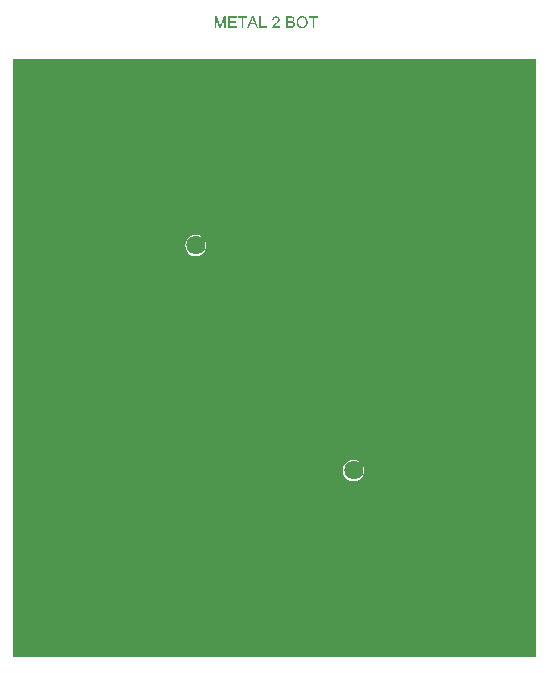
<source format=gbr>
G04 CAM350/DFMSTREAM V12.1 (Build 1022) Date:  Fri Nov 06 13:38:25 2015 *
G04 Database: C:\Projects\3894_EVB_TGP2105_MArnold_102015\Gerbers\110615\GBR_1138089-A.cam *
G04 Layer 1: METAL_2_BOTTOM *
%FSLAX24Y24*%
%MOIN*%
%SFA1.000B1.000*%

%MIA0B0*%
%IPPOS*%
%ADD10C,0.07800*%
%ADD11C,0.08600*%
%ADD12C,0.10000*%
%ADD13C,0.12000*%
%ADD14C,0.06400*%
%ADD15C,0.03000*%
%ADD16C,0.02200*%
%ADD17C,0.00800*%
%ADD18C,0.01000*%
%LNMETAL_2_BOTTOM*%
%LPD*%
G36*
X-509Y11000D02*
G01Y11384D01*
X-458*
Y11046*
X-269*
Y11000*
X-509*
G37*
G36*
X-85D02*
G01Y11001D01*
Y11003*
Y11006*
Y11011*
X-84Y11016*
X-83Y11021*
X-82Y11027*
X-80Y11033*
X-79Y11034*
X-78Y11037*
X-76Y11042*
X-72Y11049*
X-68Y11057*
X-63Y11065*
X-56Y11074*
X-49Y11084*
X-48Y11085*
X-45Y11088*
X-40Y11093*
X-33Y11100*
X-24Y11109*
X-14Y11119*
X-1Y11130*
X13Y11142*
X14*
X16Y11144*
X19Y11147*
X23Y11150*
X28Y11154*
X34Y11159*
X40Y11165*
X47Y11171*
X61Y11184*
X75Y11198*
X82Y11204*
X88Y11211*
X93Y11217*
X98Y11223*
Y11224*
X99*
X100Y11226*
X101Y11228*
X105Y11234*
X110Y11241*
X113Y11250*
X117Y11260*
X120Y11270*
X121Y11280*
Y11281*
X120Y11285*
Y11290*
X118Y11296*
X116Y11304*
X112Y11312*
X107Y11320*
X100Y11327*
X99Y11329*
X96Y11331*
X92Y11334*
X86Y11337*
X78Y11341*
X70Y11344*
X59Y11346*
X47Y11347*
X44*
X42Y11346*
X35*
X27Y11344*
X19Y11342*
X10Y11338*
X1Y11333*
X-8Y11326*
X-9Y11325*
X-11Y11322*
X-14Y11318*
X-18Y11311*
X-21Y11304*
X-25Y11294*
X-27Y11282*
X-28Y11270*
X-76Y11275*
Y11277*
Y11280*
X-75Y11284*
X-74Y11288*
X-73Y11293*
X-71Y11299*
X-70Y11305*
X-65Y11319*
X-59Y11332*
X-55Y11339*
X-50Y11345*
X-45Y11351*
X-39Y11357*
X-38Y11358*
X-36Y11360*
X-33Y11361*
X-30Y11364*
X-26Y11366*
X-21Y11369*
X-16Y11371*
X-10Y11374*
X-3Y11377*
X4Y11379*
X12Y11381*
X20Y11383*
X29Y11385*
X39*
X49Y11386*
X54*
X58Y11385*
X62*
X68Y11384*
X74Y11383*
X80Y11382*
X95Y11378*
X109Y11372*
X116Y11369*
X123Y11365*
X130Y11360*
X136Y11355*
X137Y11354*
X138*
X139Y11351*
X141Y11349*
X144Y11346*
X147Y11342*
X150Y11339*
X153Y11334*
X158Y11323*
X164Y11310*
X166Y11303*
X167Y11295*
X168Y11287*
X169Y11279*
Y11278*
Y11275*
X168Y11271*
Y11265*
X167Y11258*
X165Y11250*
X162Y11242*
X159Y11234*
X158Y11233*
X157Y11230*
X155Y11225*
X152Y11219*
X147Y11213*
X142Y11204*
X135Y11196*
X127Y11186*
X126Y11185*
X123Y11182*
X121Y11179*
X118Y11176*
X115Y11173*
X110Y11169*
X106Y11164*
X100Y11159*
X95Y11154*
X88Y11148*
X81Y11142*
X73Y11134*
X64Y11127*
X55Y11119*
X54Y11118*
X51Y11116*
X49Y11114*
X45Y11110*
X41Y11107*
X32Y11100*
X23Y11092*
X14Y11083*
X6Y11076*
X3Y11073*
X0Y11070*
X-2Y11068*
X-4Y11066*
X-7Y11063*
X-10Y11059*
X-13Y11055*
X-20Y11046*
X170*
Y11000*
X-85*
G37*
G36*
X-1550D02*
G01Y11384D01*
X-1272*
Y11339*
X-1499*
Y11221*
X-1287*
Y11176*
X-1499*
Y11046*
X-1264*
Y11000*
X-1550*
G37*
G36*
X386D02*
G01Y11384D01*
X537*
X541*
X546*
X556Y11382*
X567Y11381*
X579Y11379*
X590Y11376*
X601Y11372*
X602*
X605Y11370*
X610Y11367*
X616Y11364*
X622Y11359*
X630Y11352*
X636Y11345*
X642Y11336*
X643Y11335*
X645Y11332*
X647Y11327*
X650Y11321*
X653Y11313*
X656Y11305*
X657Y11295*
X658Y11286*
Y11285*
Y11282*
X657Y11277*
X656Y11271*
X655Y11264*
X652Y11256*
X648Y11248*
X644Y11240*
X643Y11239*
X642Y11236*
X638Y11232*
X634Y11228*
X628Y11222*
X622Y11216*
X613Y11210*
X604Y11205*
X605*
X606Y11204*
X607*
X610Y11203*
X616Y11200*
X624Y11196*
X632Y11191*
X642Y11185*
X650Y11178*
X658Y11169*
Y11168*
X661Y11165*
X664Y11160*
X667Y11153*
X671Y11144*
X674Y11135*
X676Y11124*
X677Y11112*
Y11111*
Y11110*
Y11107*
X676Y11102*
X675Y11095*
X674Y11087*
X672Y11079*
X669Y11070*
X665Y11061*
Y11060*
X663Y11057*
X661Y11053*
X657Y11048*
X653Y11042*
X648Y11036*
X643Y11030*
X637Y11025*
X636Y11024*
X634Y11023*
X630Y11021*
X625Y11018*
X619Y11015*
X612Y11012*
X604Y11009*
X595Y11006*
X594*
X590Y11005*
X585Y11004*
X577Y11003*
X569Y11002*
X558Y11001*
X546*
X533Y11000*
X386*
G37*
G36*
X1135Y11339D02*
G01Y11384D01*
X1439*
Y11339*
X1313*
Y11000*
X1262*
Y11339*
X1135*
G37*
G36*
X-1222D02*
G01Y11384D01*
X-918*
Y11339*
X-1044*
Y11000*
X-1095*
Y11339*
X-1222*
G37*
G36*
X-907Y11000D02*
G01X-761Y11384D01*
X-705*
X-548Y11000*
X-606*
X-651Y11117*
X-812*
X-853Y11000*
X-907*
G37*
G36*
X-2000D02*
G01Y11384D01*
X-1924*
X-1833Y11112*
Y11111*
X-1832Y11110*
Y11108*
X-1831Y11105*
X-1829Y11099*
X-1826Y11090*
X-1823Y11081*
X-1820Y11072*
X-1817Y11063*
X-1815Y11055*
X-1814Y11056*
Y11059*
X-1812Y11064*
X-1810Y11070*
X-1807Y11079*
X-1803Y11090*
X-1799Y11102*
X-1794Y11117*
X-1702Y11384*
X-1634*
Y11000*
X-1683*
Y11321*
X-1795Y11000*
X-1840*
X-1951Y11327*
Y11000*
X-2000*
G37*
G36*
X731Y11186D02*
G01Y11187D01*
Y11188*
Y11191*
X732Y11196*
Y11203*
X733Y11210*
X734Y11220*
X736Y11230*
X738Y11241*
X740Y11253*
X743Y11265*
X748Y11278*
X753Y11290*
X758Y11302*
X766Y11315*
X773Y11326*
X782Y11336*
X783Y11337*
X784Y11339*
X788Y11341*
X792Y11345*
X797Y11349*
X803Y11354*
X810Y11359*
X818Y11364*
X827Y11369*
X837Y11374*
X848Y11378*
X860Y11382*
X873Y11386*
X886Y11388*
X900Y11390*
X915Y11391*
X920*
X924Y11390*
X929*
X934*
X940Y11388*
X947Y11387*
X961Y11385*
X978Y11380*
X994Y11374*
X1003Y11370*
X1011Y11365*
X1013Y11364*
X1015Y11362*
X1018Y11361*
X1021Y11358*
X1026Y11355*
X1035Y11347*
X1045Y11337*
X1056Y11325*
X1067Y11310*
X1076Y11294*
X1077Y11292*
X1078Y11290*
X1079Y11286*
X1081Y11282*
X1083Y11277*
X1085Y11271*
X1087Y11264*
X1089Y11257*
X1091Y11249*
X1094Y11240*
X1095Y11231*
X1097Y11212*
X1099Y11191*
Y11190*
Y11188*
Y11185*
X1098Y11181*
Y11176*
X1097Y11170*
X1096Y11163*
Y11156*
X1093Y11140*
X1089Y11122*
X1082Y11104*
X1079Y11095*
X1075Y11087*
Y11086*
X1074Y11084*
X1072Y11082*
X1070Y11079*
X1068Y11075*
X1065Y11071*
X1057Y11061*
X1048Y11049*
X1037Y11038*
X1024Y11027*
X1008Y11017*
X1006Y11016*
X1004Y11014*
X1000Y11013*
X996Y11011*
X992Y11009*
X986Y11007*
X980Y11005*
X974Y11003*
X966Y11001*
X950Y10997*
X933Y10994*
X915Y10993*
X909*
X906Y10994*
X901*
X895Y10995*
X889Y10996*
X882Y10997*
X867Y11000*
X851Y11004*
X834Y11011*
X826Y11015*
X818Y11019*
X817Y11020*
X816Y11021*
X814Y11022*
X811Y11024*
X807Y11027*
X803Y11030*
X794Y11038*
X783Y11048*
X772Y11061*
X762Y11074*
X753Y11090*
Y11091*
X752Y11093*
X751Y11095*
X749Y11098*
X748Y11103*
X746Y11108*
X744Y11113*
X742Y11119*
X740Y11127*
X738Y11134*
X734Y11150*
X732Y11168*
X731Y11186*
G37*
G36*
X-8720Y-9970D02*
G01Y9970D01*
X8720*
Y-9970*
X-8720*
G37*
%LPC*%
G36*
X532Y11223D02*
G01X539Y11224D01*
X547*
X555Y11225*
X562Y11226*
X569Y11227*
X570Y11228*
X572*
X575Y11230*
X580Y11232*
X584Y11234*
X589Y11238*
X594Y11242*
X598Y11246*
X599Y11247*
X600Y11249*
X601Y11252*
X603Y11256*
X605Y11260*
X606Y11266*
X607Y11273*
X608Y11280*
Y11281*
Y11283*
X607Y11286*
Y11291*
X606Y11296*
X604Y11302*
X602Y11307*
X599Y11313*
X598Y11314*
X597Y11315*
X595Y11318*
X592Y11321*
X588Y11324*
X584Y11327*
X578Y11331*
X572Y11333*
X571*
X569Y11334*
X565Y11335*
X559Y11336*
X550Y11337*
X541*
X529Y11339*
X438*
Y11223*
X532*
G37*
G36*
X547Y11046D02*
G01X559D01*
X564Y11047*
X568*
X569*
X571Y11048*
X574*
X578Y11049*
X587Y11053*
X597Y11057*
Y11058*
X599Y11059*
X601Y11061*
X604Y11063*
X607Y11066*
X611Y11069*
X613Y11074*
X617Y11079*
X618Y11081*
X619Y11084*
X621Y11088*
X622Y11093*
X623Y11098*
X624Y11105*
X625Y11112*
Y11113*
Y11115*
X624Y11119*
X623Y11124*
X622Y11130*
X620Y11136*
X617Y11142*
X613Y11148*
X612Y11149*
X611Y11151*
X608Y11154*
X605Y11157*
X601Y11161*
X595Y11165*
X589Y11168*
X582Y11171*
X581*
X579Y11172*
X574Y11173*
X567Y11174*
X560Y11175*
X550Y11176*
X539Y11178*
X438*
Y11046*
X547*
G37*
G36*
X-667Y11158D02*
G01X-707Y11264D01*
Y11266*
X-709Y11269*
X-710Y11272*
X-711Y11276*
X-713Y11281*
X-715Y11286*
X-717Y11292*
X-721Y11305*
X-726Y11318*
X-730Y11331*
X-734Y11344*
X-735Y11342*
Y11340*
X-736Y11338*
Y11334*
X-737Y11330*
X-740Y11321*
X-742Y11310*
X-746Y11297*
X-750Y11284*
X-755Y11270*
X-797Y11158*
X-667*
G37*
G36*
X784Y11174D02*
G01Y11169D01*
X786Y11162*
X787Y11154*
X788Y11147*
X792Y11129*
X796Y11120*
X799Y11110*
X803Y11102*
X808Y11093*
X814Y11084*
X821Y11077*
Y11076*
X822Y11075*
X824Y11073*
X827Y11070*
X831Y11067*
X835Y11064*
X840Y11061*
X846Y11057*
X853Y11053*
X860Y11049*
X868Y11046*
X876Y11043*
X885Y11041*
X894Y11038*
X904Y11037*
X914*
X917*
X920*
X924*
X929Y11038*
X934Y11039*
X941Y11040*
X948Y11042*
X955Y11044*
X963Y11047*
X971Y11049*
X979Y11053*
X986Y11058*
X994Y11063*
X1002Y11069*
X1009Y11077*
X1010*
X1011Y11078*
X1013Y11081*
X1015Y11084*
X1018Y11088*
X1021Y11093*
X1024Y11099*
X1028Y11106*
X1031Y11114*
X1035Y11123*
X1038Y11132*
X1041Y11142*
X1043Y11153*
X1045Y11165*
X1046Y11178*
Y11191*
Y11192*
Y11194*
Y11196*
Y11199*
Y11203*
Y11208*
X1045Y11213*
X1044Y11219*
X1043Y11232*
X1040Y11245*
X1036Y11260*
X1030Y11273*
Y11274*
Y11275*
X1029Y11276*
X1028Y11279*
X1024Y11285*
X1019Y11293*
X1012Y11302*
X1004Y11311*
X994Y11320*
X984Y11327*
X983*
Y11329*
X981*
X978Y11331*
X975Y11332*
X972Y11334*
X964Y11337*
X954Y11341*
X942Y11344*
X929Y11346*
X915Y11347*
X910*
X906Y11346*
X901*
X896Y11345*
X890Y11344*
X883Y11342*
X869Y11338*
X861Y11335*
X853Y11331*
X845Y11327*
X837Y11322*
X829Y11316*
X822Y11310*
Y11309*
X821Y11308*
X819Y11306*
X816Y11302*
X813Y11299*
X810Y11294*
X807Y11287*
X803Y11280*
X799Y11273*
X796Y11263*
X792Y11253*
X789Y11242*
X787Y11230*
X785Y11216*
X784Y11201*
X783Y11186*
Y11185*
Y11183*
Y11179*
X784Y11174*
G37*
G36*
X2289Y-3841D02*
G01X2324Y-3927D01*
X2380Y-4000*
X2453Y-4056*
X2539Y-4091*
X2630Y-4103*
X2721Y-4091*
X2807Y-4056*
X2880Y-4000*
X2936Y-3927*
X2971Y-3841*
X2983Y-3750*
X2971Y-3659*
X2936Y-3573*
X2880Y-3500*
X2807Y-3444*
X2721Y-3409*
X2630Y-3397*
X2539Y-3409*
X2453Y-3444*
X2380Y-3500*
X2324Y-3573*
X2289Y-3659*
X2277Y-3750*
X2289Y-3841*
G37*
G36*
X-2971Y3659D02*
G01X-2936Y3573D01*
X-2880Y3500*
X-2807Y3444*
X-2721Y3409*
X-2630Y3397*
X-2539Y3409*
X-2453Y3444*
X-2380Y3500*
X-2324Y3573*
X-2289Y3659*
X-2277Y3750*
X-2289Y3841*
X-2324Y3927*
X-2380Y4000*
X-2453Y4056*
X-2539Y4091*
X-2630Y4103*
X-2721Y4091*
X-2807Y4056*
X-2880Y4000*
X-2936Y3927*
X-2971Y3841*
X-2983Y3750*
X-2971Y3659*
G37*
%LPD*%
G54D10*
X-7680Y1875D03*
Y-1875D03*
X7680Y1875D03*
Y-1875D03*
G54D11*
X-5250Y7250D03*
X5250D03*
Y-7250D03*
X-5250D03*
G54D12*
X-2500Y-2500D03*
Y2500D03*
X2500D03*
Y-2500D03*
G54D13*
X-7680Y-8840D03*
X7680D03*
Y8840D03*
X-7680D03*
G54D14*
X-2630Y3750D03*
X2630Y-3750D03*
G54D15*
X-3036Y3025D03*
X-3465Y2923D03*
X-3965D03*
X-4465D03*
X-4965D03*
X-5465D03*
X-5965D03*
X-6465D03*
Y2423D03*
X-5965D03*
X-5465D03*
X-4965D03*
X-4465D03*
X-3965D03*
X-3465D03*
Y1923D03*
Y1423D03*
X-2965Y1923D03*
X-2556Y1651D03*
X-2965Y1423D03*
X-2131Y1415D03*
Y1915D03*
X-3965Y1923D03*
Y1423D03*
X-4465D03*
Y1923D03*
X-4965D03*
Y1423D03*
X-5465D03*
Y1923D03*
X-5965D03*
Y1423D03*
X-6465D03*
Y1923D03*
X-6965Y2994D03*
X-7465D03*
X-7965D03*
X-8465D03*
X2130Y1415D03*
X2556Y1651D03*
X2130Y1915D03*
X2965Y1923D03*
Y1423D03*
X3465D03*
Y1923D03*
Y2423D03*
Y2923D03*
X3036Y3025D03*
X-1224Y4153D03*
X-806Y4156D03*
X-389Y4153D03*
X626D03*
X1044Y4156D03*
X1461Y4153D03*
X3965Y2923D03*
Y2423D03*
Y1923D03*
Y1423D03*
X4465D03*
Y1923D03*
Y2423D03*
Y2923D03*
X4965D03*
Y2423D03*
Y1923D03*
Y1423D03*
X5465D03*
Y1923D03*
Y2423D03*
Y2923D03*
X5965D03*
X6465D03*
Y2423D03*
X5965D03*
Y1923D03*
X6465D03*
Y1423D03*
X5965D03*
X6965Y2994D03*
X7465D03*
X7965D03*
X8465D03*
X8550Y325D03*
X8150Y353D03*
X7750Y393D03*
X7353Y455D03*
X6945Y641D03*
Y-641D03*
X7353Y-454D03*
X7750Y-392D03*
X8150Y-353D03*
X8550Y-325D03*
X-6945Y641D03*
X-7353Y455D03*
X-7750Y393D03*
X-8151Y353D03*
X-8550Y325D03*
Y-325D03*
X-8151Y-353D03*
X-7750Y-392D03*
X-7353Y-454D03*
X-6945Y-641D03*
X-6465Y-1423D03*
X-5965D03*
X-5465D03*
X-4965D03*
X-4465D03*
X-3965D03*
X-3465D03*
X-2965D03*
Y-1923D03*
X-2556Y-1651D03*
X-2131Y-1415D03*
Y-1915D03*
X-1585Y-1523D03*
X-3465Y-1923D03*
X-3965D03*
X-4465D03*
X-4965D03*
X-5465D03*
X-5965D03*
X-6465D03*
Y-2423D03*
X-5965D03*
X-5465D03*
X-4965D03*
X-4465D03*
X-3965D03*
X-3465D03*
X-3036Y-3025D03*
X-3465Y-2923D03*
X-3965D03*
X-4465D03*
X-4965D03*
X-5465D03*
X-5965D03*
X-6465D03*
X-6965Y-2994D03*
X-7465D03*
X-7965D03*
X-8465D03*
X-8437Y-3691D03*
X-7937D03*
X-7437D03*
X-6937D03*
X-6437D03*
X-5937D03*
X-5437D03*
X-4937D03*
X-4437D03*
Y-4191D03*
Y-4691D03*
Y-5191D03*
Y-5691D03*
Y-6191D03*
X-1224Y-4153D03*
X-806Y-4156D03*
X-389Y-4153D03*
X626D03*
X1044Y-4156D03*
X1461Y-4153D03*
X-8437Y-4191D03*
X-7937D03*
X-7437D03*
X-6937D03*
X-6437D03*
X-5937D03*
X-5437D03*
X-4937D03*
Y-4691D03*
X-5437D03*
X-5937D03*
X-6437D03*
X-6937D03*
X-7437D03*
X-7937D03*
X-8437D03*
Y-5191D03*
X-7937D03*
X-7437D03*
X-6937D03*
X-6437D03*
X-5937D03*
X-5437D03*
X-4937D03*
Y-5691D03*
X-5437D03*
X-5937D03*
X-6437D03*
X-6937D03*
X-7437D03*
X-7937D03*
X-8437D03*
Y-6191D03*
X-7937D03*
X-7437D03*
X-6937D03*
X-6437D03*
X-5937D03*
X-5437D03*
X-4937D03*
X-4437Y-6691D03*
X-3560Y-7393D03*
X-3143Y-7396D03*
X-2726Y-7393D03*
X-1710D03*
X-1293Y-7396D03*
X-876Y-7393D03*
X-4437Y-7191D03*
Y-7691D03*
Y-8191D03*
X-4937D03*
X-5437D03*
X-5937D03*
Y-7691D03*
Y-7191D03*
Y-6691D03*
X-6437D03*
Y-7191D03*
Y-7691D03*
Y-8191D03*
Y-8691D03*
X-5937D03*
X-5437D03*
X-4937D03*
X-4437D03*
Y-9191D03*
X-4937D03*
X-5437D03*
X-5937D03*
X-6437D03*
X-6937D03*
X-8437D03*
Y-8191D03*
X-6937D03*
Y-7691D03*
Y-7191D03*
Y-6691D03*
X-7437D03*
Y-7191D03*
Y-7691D03*
X-7937D03*
Y-7191D03*
Y-6691D03*
X-8437D03*
Y-7191D03*
Y-7691D03*
Y-9691D03*
X-7937D03*
X-7437D03*
X-6937D03*
X-6437D03*
X-5937D03*
X-5437D03*
X-4937D03*
X-4437D03*
X3493Y-7393D03*
X3076Y-7396D03*
X2659Y-7393D03*
X1643D03*
X1226Y-7396D03*
X809Y-7393D03*
X8437Y-9691D03*
Y-9191D03*
X7937Y-9691D03*
X7437D03*
X6937D03*
X6437D03*
X5937D03*
X5437D03*
X4937D03*
X4437D03*
Y-9191D03*
X4937D03*
X5437D03*
X5937D03*
X6437D03*
X6937D03*
X8437Y-8191D03*
X6937D03*
X6437Y-8691D03*
Y-8191D03*
X5937D03*
Y-8691D03*
X5437D03*
Y-8191D03*
X4937D03*
Y-8691D03*
X4437D03*
Y-8191D03*
Y-7691D03*
Y-7191D03*
Y-6691D03*
Y-6191D03*
X4937D03*
X5437D03*
X5937D03*
Y-6691D03*
Y-7191D03*
Y-7691D03*
X6437D03*
Y-7191D03*
Y-6691D03*
Y-6191D03*
X6937D03*
Y-6691D03*
Y-7191D03*
Y-7691D03*
X7437D03*
X7937D03*
X8437D03*
Y-7191D03*
Y-6691D03*
Y-6191D03*
X7437D03*
Y-6691D03*
Y-7191D03*
X7937D03*
Y-6691D03*
Y-6191D03*
X8437Y-5691D03*
Y-5191D03*
Y-4691D03*
Y-4191D03*
Y-3691D03*
X7937D03*
Y-4191D03*
Y-4691D03*
Y-5191D03*
Y-5691D03*
X7437D03*
Y-5191D03*
Y-4691D03*
Y-4191D03*
Y-3691D03*
X6937D03*
Y-4191D03*
Y-4691D03*
Y-5191D03*
Y-5691D03*
X6437D03*
Y-5191D03*
Y-4691D03*
Y-4191D03*
Y-3691D03*
X5937D03*
Y-4191D03*
Y-4691D03*
Y-5191D03*
Y-5691D03*
X5437D03*
Y-5191D03*
Y-4691D03*
Y-4191D03*
Y-3691D03*
X4937D03*
Y-4191D03*
Y-4691D03*
Y-5191D03*
Y-5691D03*
X4437D03*
Y-5191D03*
Y-4691D03*
Y-4191D03*
Y-3691D03*
X8465Y-2994D03*
X7965D03*
X7465D03*
X6965D03*
X6461Y-2923D03*
Y-2423D03*
Y-1923D03*
Y-1423D03*
X5961D03*
Y-1923D03*
Y-2423D03*
Y-2923D03*
X5461D03*
Y-2423D03*
Y-1923D03*
Y-1423D03*
X4961D03*
Y-1923D03*
Y-2423D03*
Y-2923D03*
X4461D03*
Y-2423D03*
Y-1923D03*
Y-1423D03*
X3961D03*
Y-1923D03*
Y-2423D03*
Y-2923D03*
X3461D03*
X3032Y-3025D03*
X3461Y-2423D03*
Y-1923D03*
Y-1423D03*
X2961D03*
Y-1923D03*
X2552Y-1651D03*
X2127Y-1915D03*
Y-1415D03*
X1581Y-1523D03*
X1714Y-2002D03*
X-4420Y3692D03*
X-4937Y3691D03*
Y4191D03*
X-4437D03*
Y4691D03*
Y5191D03*
Y5691D03*
Y6191D03*
X-4937D03*
Y5691D03*
Y5191D03*
Y4691D03*
X-5437Y3691D03*
Y4191D03*
Y4691D03*
Y5191D03*
Y5691D03*
Y6191D03*
X-5937Y6691D03*
Y6191D03*
Y5691D03*
Y5191D03*
Y4691D03*
Y4191D03*
Y3691D03*
X-6437D03*
Y4191D03*
Y4691D03*
Y5191D03*
Y5691D03*
Y6191D03*
Y6691D03*
Y7191D03*
X-5937D03*
X-4437D03*
Y6691D03*
X-6937Y3691D03*
Y4191D03*
Y4691D03*
Y5191D03*
Y5691D03*
Y6191D03*
Y6691D03*
Y7191D03*
X-7437D03*
Y6691D03*
Y6191D03*
Y5691D03*
Y5191D03*
Y4691D03*
Y4191D03*
Y3691D03*
X-7937D03*
Y4191D03*
Y4691D03*
Y5191D03*
Y5691D03*
Y6191D03*
Y6691D03*
Y7191D03*
X-8437D03*
Y6691D03*
X-8401Y6116D03*
X-8437Y5691D03*
Y5191D03*
Y4691D03*
Y4191D03*
Y3691D03*
X-4437Y7691D03*
Y8191D03*
X-4937D03*
X-5437D03*
X-5937D03*
Y7691D03*
X-6437D03*
Y8191D03*
X-6937D03*
Y7691D03*
X-7437D03*
X-7937D03*
X-8437D03*
Y8191D03*
Y9191D03*
Y9691D03*
X-7937D03*
X-7437D03*
X-6937D03*
Y9191D03*
X-6437Y9691D03*
Y9191D03*
Y8691D03*
X-5937D03*
Y9191D03*
Y9691D03*
X-5437D03*
X-4937D03*
X-4437D03*
Y9191D03*
Y8691D03*
X-4937D03*
X-5437D03*
Y9191D03*
X-4937D03*
X-3560Y7393D03*
X-3143Y7396D03*
X-2726Y7393D03*
X-1710D03*
X-1293Y7396D03*
X-876Y7393D03*
X809D03*
X1226Y7396D03*
X1643Y7393D03*
X2659D03*
X3076Y7396D03*
X3493Y7393D03*
X8437Y3691D03*
Y4191D03*
Y4691D03*
Y5191D03*
Y5691D03*
Y6191D03*
Y6691D03*
Y7191D03*
Y7691D03*
Y8191D03*
X7937Y7691D03*
Y7191D03*
Y6691D03*
Y6191D03*
Y5691D03*
Y5191D03*
Y4691D03*
Y4191D03*
Y3691D03*
X7437D03*
Y4191D03*
Y4691D03*
Y5191D03*
Y5691D03*
Y6191D03*
Y7191D03*
Y6691D03*
Y7691D03*
X6937Y3691D03*
Y4191D03*
Y4691D03*
Y5191D03*
Y5691D03*
Y6191D03*
Y6691D03*
Y7191D03*
Y7691D03*
Y8191D03*
X6437Y8691D03*
Y8191D03*
Y7691D03*
Y7191D03*
Y6691D03*
Y6191D03*
Y5691D03*
Y5191D03*
Y4691D03*
Y4191D03*
Y3691D03*
X5937D03*
Y4191D03*
Y4691D03*
Y5191D03*
Y5691D03*
Y6191D03*
Y6691D03*
Y7191D03*
Y7691D03*
Y8191D03*
Y8691D03*
X5437D03*
X4937D03*
X4437D03*
Y8191D03*
X4937D03*
X5437D03*
X4437Y7691D03*
Y7191D03*
Y6691D03*
Y6191D03*
X4937D03*
X5437D03*
Y5691D03*
Y5191D03*
Y4691D03*
Y4191D03*
Y3691D03*
X4937D03*
Y4191D03*
Y4691D03*
Y5191D03*
Y5691D03*
X4437D03*
Y5191D03*
Y4691D03*
Y4191D03*
Y3691D03*
Y9191D03*
Y9691D03*
X4937D03*
Y9191D03*
X5437D03*
Y9691D03*
X5937D03*
Y9191D03*
X6437D03*
Y9691D03*
X6937D03*
Y9191D03*
X7437Y9691D03*
X7937D03*
X8437D03*
Y9191D03*
G54D16*
X-556Y-554D03*
Y-332D03*
Y-110D03*
Y112D03*
Y334D03*
Y556D03*
X-334D03*
Y334D03*
Y112D03*
Y-110D03*
Y-332D03*
Y-554D03*
X-112D03*
Y-332D03*
Y-110D03*
Y112D03*
Y334D03*
Y556D03*
X110D03*
Y334D03*
Y112D03*
Y-110D03*
Y-332D03*
Y-554D03*
X332D03*
Y-332D03*
Y-110D03*
Y112D03*
Y334D03*
Y556D03*
X554D03*
Y334D03*
Y112D03*
Y-110D03*
Y-332D03*
Y-554D03*
G54D17*
X-1176Y-67D03*
X-1169Y138D03*
Y324D03*
X-1176Y518D03*
X-1169Y722D03*
X-1068Y874D03*
X-868D03*
X-1346Y99D03*
X-1348Y333D03*
X-1341Y537D03*
X-1344Y740D03*
X-1249Y895D03*
X-1317Y1045D03*
X-1068Y1074D03*
X-868D03*
X-1157Y1223D03*
X-1329Y1280D03*
X-1527Y1277D03*
X-1518Y1045D03*
X-1509Y862D03*
X-1510Y696D03*
X-1517Y492D03*
X-1510Y263D03*
X390Y1151D03*
X868Y1074D03*
Y874D03*
X1068D03*
Y1074D03*
X1157Y1223D03*
X1329Y1280D03*
X1527Y1277D03*
X1518Y1045D03*
X1509Y862D03*
X1317Y1045D03*
X1249Y895D03*
X1169Y722D03*
X1344Y740D03*
X1510Y696D03*
X1517Y492D03*
X1341Y537D03*
X1176Y518D03*
X1169Y324D03*
X1348Y333D03*
X1510Y263D03*
X1346Y99D03*
X1169Y138D03*
X1176Y-67D03*
X1643Y-1018D03*
X1430Y-1036D03*
X1407Y-1208D03*
X1231Y-1295D03*
X1242Y-1152D03*
X1250Y-959D03*
X1097Y-797D03*
X1075Y-963D03*
X1068Y-1156D03*
X884Y-1111D03*
X855Y-924D03*
X932Y-737D03*
X295Y-1151D03*
X-907Y-737D03*
X-859Y-924D03*
Y-1111D03*
X-1072Y-1156D03*
X-1079Y-963D03*
X-1254Y-1005D03*
X-1246Y-1152D03*
X-1238Y-1295D03*
X-1418Y-1208D03*
X-1441Y-1036D03*
X-1647Y-1018D03*
G54D18*
X-1920Y-1045D03*
X-2121D03*
X-2322D03*
X-2522D03*
X-2723D03*
X-2924D03*
X-3125D03*
X-3326D03*
X-3527D03*
X-3728D03*
X-3929D03*
X-4130D03*
X-4331D03*
X-4532D03*
X-4733D03*
X-4934D03*
X-5135D03*
X-5336D03*
X-5537D03*
X-5737D03*
X-5938D03*
X-6139D03*
X-6340D03*
X-6541D03*
X-6902Y-1071D03*
Y-1270D03*
Y-1469D03*
Y-1668D03*
Y-1867D03*
Y-2066D03*
Y-2265D03*
Y-2463D03*
Y-2662D03*
X-7090Y-2663D03*
X-7295Y-2664D03*
X-7492Y-2663D03*
X-7693D03*
X-7894D03*
X-8095D03*
X-8296D03*
X-8497D03*
X-8515Y-2427D03*
Y-2228D03*
Y-2029D03*
Y-1830D03*
Y-1631D03*
Y-1432D03*
Y-1233D03*
Y-1035D03*
Y-836D03*
Y-637D03*
Y637D03*
Y836D03*
Y1035D03*
Y1234D03*
Y1433D03*
Y1631D03*
Y1830D03*
Y2029D03*
Y2228D03*
X-6902Y1071D03*
Y1270D03*
Y1469D03*
Y1668D03*
Y1867D03*
Y2066D03*
Y2265D03*
Y2464D03*
Y2663D03*
X-7090D03*
X-7295Y2664D03*
X-7492Y2663D03*
X-7693D03*
X-7894D03*
X-8095D03*
X-8296D03*
X-8497D03*
X-8515Y2427D03*
X-6541Y1045D03*
X-6327Y1040D03*
X-6157Y1036D03*
X-5938Y1045D03*
X-5737D03*
X-5537D03*
X-5336D03*
X-5135D03*
X-4934D03*
X-4733D03*
X-4532D03*
X-4331D03*
X-4130D03*
X-3929D03*
X-3728D03*
X-3527D03*
X-3326D03*
X-3125D03*
X-2924D03*
X-2723D03*
X-2522D03*
X-2322D03*
X-2121D03*
X-1920D03*
X1919D03*
X2120D03*
X2321D03*
X2522D03*
X2723D03*
X2924D03*
X3125D03*
X3326D03*
X3527D03*
X3728D03*
X3928D03*
X4129D03*
X4330D03*
X4531D03*
X4732D03*
X4933D03*
X5134D03*
X5335D03*
X5536D03*
X5938D03*
X6139D03*
X6340D03*
X6541D03*
X6902Y1071D03*
Y1270D03*
Y1469D03*
Y1668D03*
Y1867D03*
Y2066D03*
Y2265D03*
Y2464D03*
Y2663D03*
X7090D03*
X7492D03*
X7693D03*
X7894D03*
X8095D03*
X8296D03*
X8496D03*
X8514Y2427D03*
Y2228D03*
Y2029D03*
Y1830D03*
Y1631D03*
Y1433D03*
Y1234D03*
Y1035D03*
Y836D03*
Y637D03*
Y-637D03*
Y-836D03*
Y-1035D03*
Y-1233D03*
Y-1432D03*
Y-1631D03*
Y-1830D03*
Y-2029D03*
Y-2228D03*
Y-2427D03*
X8496Y-2663D03*
X8296D03*
X8095D03*
X7894D03*
X7693D03*
X7492D03*
X7294Y-2664D03*
X7090Y-2663D03*
X6902Y-2662D03*
Y-2463D03*
Y-2265D03*
Y-2066D03*
Y-1867D03*
Y-1668D03*
Y-1469D03*
Y-1270D03*
Y-1071D03*
X6537Y-1045D03*
X6336D03*
X6135D03*
X5934D03*
X5733D03*
X5533D03*
X5332D03*
X5131D03*
X4930D03*
X4729D03*
X4528D03*
X4327D03*
X4126D03*
X3925D03*
X3724D03*
X3523D03*
X3322D03*
X3121D03*
X2920D03*
X2719D03*
X2518D03*
X2318D03*
X2117D03*
X1916D03*
X7294Y2664D03*
X5737Y1045D03*
M02*

</source>
